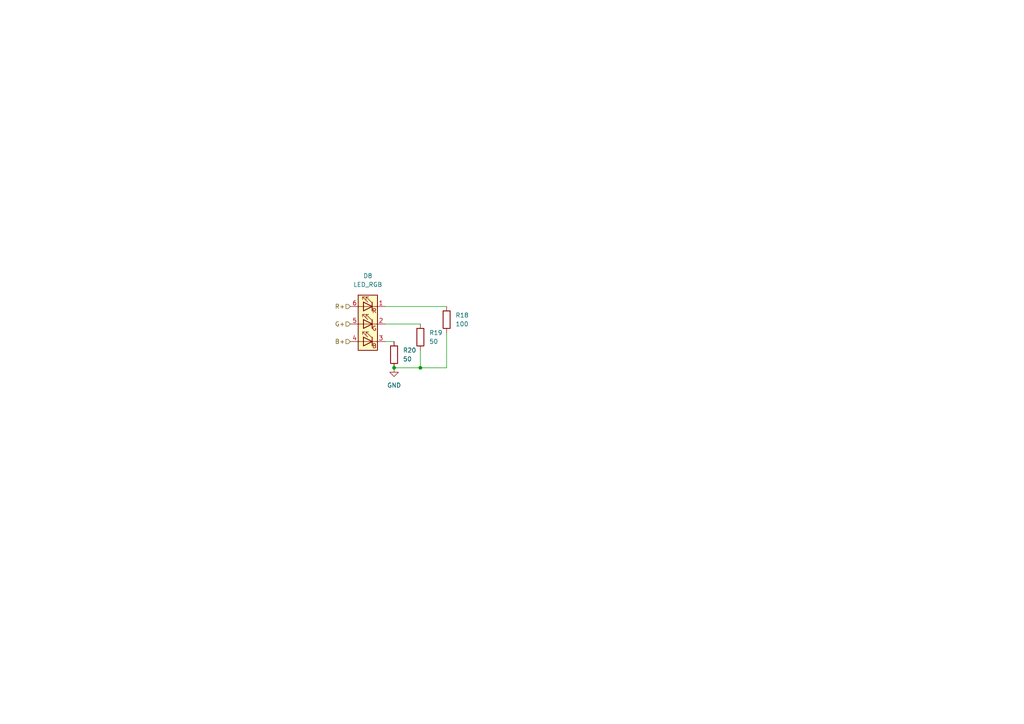
<source format=kicad_sch>
(kicad_sch (version 20250114) (generator "eeschema") (generator_version "9.0")
  (paper "A4")
  (lib_symbols
    (symbol "Device:LED_RGB" (pin_names (offset 0) (hide yes))
      (property "Reference" "D" (at 0 9.398 0))
      (property "Value" "LED_RGB" (at 0 -8.89 0))
      (symbol "LED_RGB_0_0"
        (text "R" (at -1.905 3.81 0) (effects (font (size 1.27 1.27))))
        (text "G" (at -1.905 -1.27 0) (effects (font (size 1.27 1.27))))
        (text "B" (at -1.905 -6.35 0) (effects (font (size 1.27 1.27))))
      )
      (symbol "LED_RGB_0_1"
        (polyline (pts (xy -1.27 6.35) (xy -1.27 3.81)) (stroke (width 0.254)))
        (polyline (pts (xy -1.27 6.35) (xy -1.27 3.81) (xy -1.27 3.81)))
        (polyline (pts (xy -1.27 5.08) (xy -2.54 5.08)))
        (polyline (pts (xy -1.27 5.08) (xy 1.27 5.08)))
        (polyline (pts (xy -1.27 1.27) (xy -1.27 -1.27)) (stroke (width 0.254)))
        (polyline (pts (xy -1.27 1.27) (xy -1.27 -1.27) (xy -1.27 -1.27)))
        (polyline (pts (xy -1.27 0) (xy -2.54 0)))
        (polyline (pts (xy -1.27 -3.81) (xy -1.27 -6.35)) (stroke (width 0.254)))
        (polyline (pts (xy -1.27 -5.08) (xy -2.54 -5.08)))
        (polyline (pts (xy -1.27 -5.08) (xy 1.27 -5.08)))
        (polyline (pts (xy -1.016 6.35) (xy 0.508 7.874) (xy -0.254 7.874) (xy 0.508 7.874) (xy 0.508 7.112)))
        (polyline (pts (xy -1.016 1.27) (xy 0.508 2.794) (xy -0.254 2.794) (xy 0.508 2.794) (xy 0.508 2.032)))
        (polyline (pts (xy -1.016 -3.81) (xy 0.508 -2.286) (xy -0.254 -2.286) (xy 0.508 -2.286) (xy 0.508 -3.048)))
        (polyline (pts (xy 0 6.35) (xy 1.524 7.874) (xy 0.762 7.874) (xy 1.524 7.874) (xy 1.524 7.112)))
        (polyline (pts (xy 0 1.27) (xy 1.524 2.794) (xy 0.762 2.794) (xy 1.524 2.794) (xy 1.524 2.032)))
        (polyline (pts (xy 0 -3.81) (xy 1.524 -2.286) (xy 0.762 -2.286) (xy 1.524 -2.286) (xy 1.524 -3.048)))
        (polyline (pts (xy 1.27 6.35) (xy 1.27 3.81) (xy -1.27 5.08) (xy 1.27 6.35)) (stroke (width 0.254)))
        (rectangle (start 1.27 6.35) (end 1.27 6.35))
        (polyline (pts (xy 1.27 5.08) (xy 2.54 5.08)))
        (rectangle (start 1.27 3.81) (end 1.27 6.35))
        (polyline (pts (xy 1.27 1.27) (xy 1.27 -1.27) (xy -1.27 0) (xy 1.27 1.27)) (stroke (width 0.254)))
        (rectangle (start 1.27 1.27) (end 1.27 1.27))
        (polyline (pts (xy 1.27 0) (xy -1.27 0)))
        (polyline (pts (xy 1.27 0) (xy 2.54 0)))
        (rectangle (start 1.27 -1.27) (end 1.27 1.27))
        (polyline (pts (xy 1.27 -3.81) (xy 1.27 -6.35) (xy -1.27 -5.08) (xy 1.27 -3.81)) (stroke (width 0.254)))
        (polyline (pts (xy 1.27 -5.08) (xy 2.54 -5.08)))
        (rectangle (start 2.794 8.382) (end -2.794 -7.62) (stroke (width 0.254)) (fill (type background)))
      )
      (symbol "LED_RGB_1_1"
        (pin passive line (at -5.08 5.08 0) (length 2.54) (name "RK") (number "1"))
        (pin passive line (at -5.08 0 0) (length 2.54) (name "GK") (number "2"))
        (pin passive line (at -5.08 -5.08 0) (length 2.54) (name "BK") (number "3"))
        (pin passive line (at 5.08 5.08 180) (length 2.54) (name "RA") (number "6"))
        (pin passive line (at 5.08 0 180) (length 2.54) (name "GA") (number "5"))
        (pin passive line (at 5.08 -5.08 180) (length 2.54) (name "BA") (number "4"))
      )
    )
    (symbol "Device:R" (pin_numbers (hide yes)) (pin_names (offset 0))
      (property "Reference" "R" (at 2.032 0 90))
      (property "Value" "R" (at 0 0 90))
      (symbol "R_0_1"
        (rectangle (start -1.016 -2.54) (end 1.016 2.54) (stroke (width 0.254)))
      )
      (symbol "R_1_1"
        (pin passive line (at 0 3.81 270) (length 1.27) (name "~") (number "1"))
        (pin passive line (at 0 -3.81 90) (length 1.27) (name "~") (number "2"))
      )
    )
    (symbol "power:GND" (power) (pin_numbers (hide yes)) (pin_names (offset 0) (hide yes))
      (property "Value" "GND" (at 0 -3.81 0))
      (symbol "GND_0_1"
        (polyline (pts (xy 0 0) (xy 0 -1.27) (xy 1.27 -1.27) (xy 0 -2.54) (xy -1.27 -1.27) (xy 0 -1.27)))
      )
      (symbol "GND_1_1"
        (pin power_in line (at 0 0 270) (length 0) (name "~") (number "1"))
      )
    )
  )
  (junction (at 114.3 106.68))
  (junction (at 121.92 106.68))
  (wire (pts (xy 111.76 93.98) (xy 121.92 93.98)))
  (wire (pts (xy 121.92 101.6) (xy 121.92 106.68)))
  (wire (pts (xy 111.76 99.06) (xy 114.3 99.06)))
  (wire (pts (xy 129.54 106.68) (xy 121.92 106.68)))
  (wire (pts (xy 121.92 106.68) (xy 114.3 106.68)))
  (wire (pts (xy 111.76 88.9) (xy 129.54 88.9)))
  (wire (pts (xy 129.54 96.52) (xy 129.54 106.68)))
  (hierarchical_label "B+" (shape input) (at 101.6 99.06 180))
  (hierarchical_label "G+" (shape input) (at 101.6 93.98 180))
  (hierarchical_label "R+" (shape input) (at 101.6 88.9 180))
  (symbol (lib_id "Device:R") (at 121.92 97.79 180) (unit 1)
    (property "Reference" "R16" (at 124.46 96.5199 0) (effects (justify right)))
    (property "Value" "50" (at 124.46 99.0599 0) (effects (justify right)))
    (property "Footprint" "Resistor_SMD:R_0603_1608Metric_Pad0.98x0.95mm_HandSolder" (effects (hide yes)))
    (property "Description" "Resistor" (effects (hide yes)))
    (instances (project "LV3-Core" (path "" (reference "R19") (unit 1)) (path "" (reference "R16") (unit 1))))
  )
  (symbol (lib_id "Device:LED_RGB") (at 106.68 93.98 0) (mirror y) (unit 1)
    (property "Reference" "D7" (at 106.68 80.01 0))
    (property "Value" "LED_RGB" (at 106.68 82.55 0))
    (property "Footprint" "LED_SMD:LED_RGB_5050-6" (effects (hide yes)))
    (property "Description" "RGB LED, 6 pin package" (effects (hide yes)))
    (instances (project "LV3-Core" (path "" (reference "D8") (unit 1)) (path "" (reference "D7") (unit 1))))
  )
  (symbol (lib_id "Device:R") (at 114.3 102.87 180) (unit 1)
    (property "Reference" "R17" (at 116.84 101.5999 0) (effects (justify right)))
    (property "Value" "50" (at 116.84 104.1399 0) (effects (justify right)))
    (property "Footprint" "Resistor_SMD:R_0603_1608Metric_Pad0.98x0.95mm_HandSolder" (effects (hide yes)))
    (property "Description" "Resistor" (effects (hide yes)))
    (instances (project "LV3-Core" (path "" (reference "R20") (unit 1)) (path "" (reference "R17") (unit 1))))
  )
  (symbol (lib_id "Device:R") (at 129.54 92.71 180) (unit 1)
    (property "Reference" "R15" (at 132.08 91.4399 0) (effects (justify right)))
    (property "Value" "100" (at 132.08 93.9799 0) (effects (justify right)))
    (property "Footprint" "Resistor_SMD:R_0603_1608Metric_Pad0.98x0.95mm_HandSolder" (effects (hide yes)))
    (property "Description" "Resistor" (effects (hide yes)))
    (instances (project "LV3-Core" (path "" (reference "R18") (unit 1)) (path "" (reference "R15") (unit 1))))
  )
  (symbol (lib_id "power:GND") (at 114.3 106.68 0) (unit 1)
    (property "Reference" "#PWR045" (effects (hide yes)))
    (property "Value" "GND" (at 114.3 111.76 0))
    (property "Description" "Power symbol creates a global label with name \"GND\" , ground" (effects (hide yes)))
    (instances (project "LV3-Core" (path "" (reference "#PWR046") (unit 1)) (path "" (reference "#PWR045") (unit 1))))
  )
)
</source>
